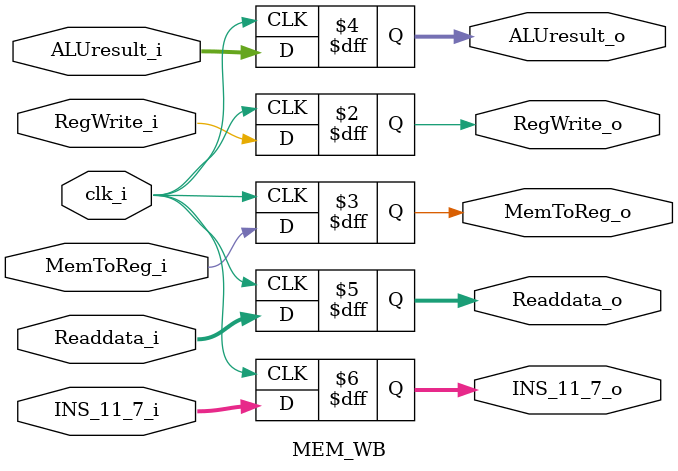
<source format=v>
module MEM_WB
(   
    clk_i,
    RegWrite_o,
    RegWrite_i,
    MemToReg_o,
    MemToReg_i,
    ALUresult_o,
    ALUresult_i,
    Readdata_o,
    Readdata_i,
    INS_11_7_o,
    INS_11_7_i
);
input               clk_i;
input RegWrite_i, MemToReg_i;
input [31:0] ALUresult_i, Readdata_i;
input [4:0] INS_11_7_i;
output reg RegWrite_o, MemToReg_o;
output reg [31:0] ALUresult_o, Readdata_o;
output reg [4:0] INS_11_7_o;

always@(posedge clk_i)  begin
    RegWrite_o  <= RegWrite_i;
    MemToReg_o  <= MemToReg_i;
    Readdata_o  <= Readdata_i;
    ALUresult_o <= ALUresult_i;
    INS_11_7_o  <= INS_11_7_i;
end
endmodule
</source>
